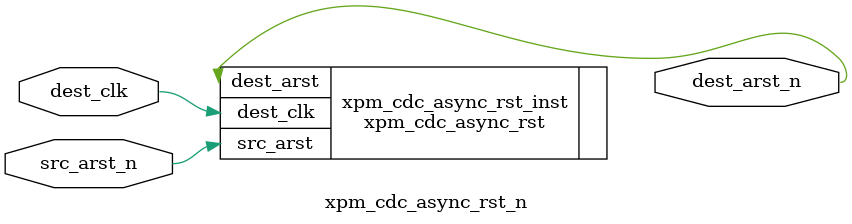
<source format=v>

module xpm_cdc_async_rst_n(
    input wire src_arst_n,
    input wire dest_clk,
    output wire dest_arst_n
    );

   // xpm_cdc_async_rst: Asynchronous Reset Synchronizer
   // Xilinx Parameterized Macro, version 2020.2

   xpm_cdc_async_rst #(
      .DEST_SYNC_FF(4),    // DECIMAL; range: 2-10
      .INIT_SYNC_FF(1),    // DECIMAL; 0=disable simulation init values, 1=enable simulation init values
      .RST_ACTIVE_HIGH(1)  // DECIMAL; 0=active low reset, 1=active high reset
   )
   xpm_cdc_async_rst_inst (
      .dest_arst(dest_arst_n), // 1-bit output: src_arst asynchronous reset signal synchronized to destination
                               // clock domain. This output is registered. NOTE: Signal asserts asynchronously
                               // but deasserts synchronously to dest_clk. Width of the reset signal is at least
                               // (DEST_SYNC_FF*dest_clk) period.

      .dest_clk(dest_clk),     // 1-bit input: Destination clock.
      .src_arst(src_arst_n)    // 1-bit input: Source asynchronous reset signal.
   );


endmodule

</source>
